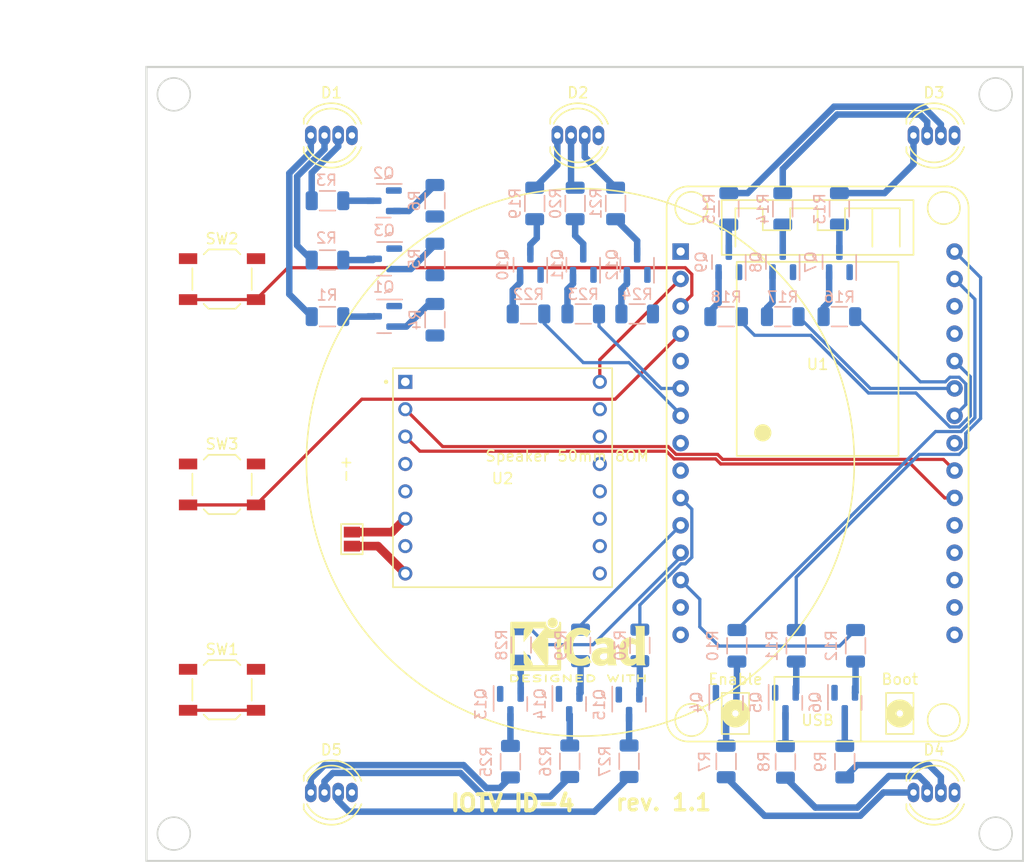
<source format=kicad_pcb>
(kicad_pcb (version 20221018) (generator pcbnew)
  (title_block (title "IOTV_id4") (date "2023-07-26") (rev "1") (company "Вербкин М.С."))
  (layers (0 "F.Cu" signal) (31 "B.Cu" signal) (34 "B.Paste" user) (35 "F.Paste" user) (36 "B.SilkS" user "B.Silkscreen") (37 "F.SilkS" user "F.Silkscreen") (38 "B.Mask" user) (39 "F.Mask" user) (44 "Edge.Cuts" user))
  (net 0 "")
  (net 1 "VCC_5")
  (net 2 "Net-(D1-RK)")
  (net 3 "Net-(D1-GK)")
  (net 4 "Net-(D1-BK)")
  (net 5 "Net-(D2-RK)")
  (net 6 "Net-(D2-GK)")
  (net 7 "Net-(D2-BK)")
  (net 8 "Net-(D3-RK)")
  (net 9 "Net-(D3-GK)")
  (net 10 "Net-(D3-BK)")
  (net 11 "Net-(D4-RK)")
  (net 12 "Net-(D4-GK)")
  (net 13 "Net-(D4-BK)")
  (net 14 "GND")
  (net 15 "Net-(Q1-B)")
  (net 16 "Net-(Q1-C)")
  (net 17 "Net-(Q2-B)")
  (net 18 "Net-(Q2-C)")
  (net 19 "Net-(Q3-B)")
  (net 20 "Net-(Q3-C)")
  (net 21 "Net-(Q4-B)")
  (net 22 "Net-(Q4-C)")
  (net 23 "Net-(Q5-B)")
  (net 24 "Net-(Q5-C)")
  (net 25 "Net-(Q6-B)")
  (net 26 "Net-(Q6-C)")
  (net 27 "Net-(Q7-B)")
  (net 28 "Net-(Q7-C)")
  (net 29 "Net-(Q8-B)")
  (net 30 "Net-(Q8-C)")
  (net 31 "Net-(Q9-B)")
  (net 32 "Net-(Q9-C)")
  (net 33 "Net-(Q10-B)")
  (net 34 "Net-(Q10-C)")
  (net 35 "Net-(Q11-B)")
  (net 36 "Net-(Q11-C)")
  (net 37 "Net-(Q12-B)")
  (net 38 "Net-(Q12-C)")
  (net 39 "Net-(Q13-B)")
  (net 40 "Net-(Q13-C)")
  (net 41 "Net-(Q14-B)")
  (net 42 "Net-(Q14-C)")
  (net 43 "Net-(Q15-B)")
  (net 44 "Net-(Q15-C)")
  (net 45 "GPIO_15")
  (net 46 "GPIO_2")
  (net 47 "GPIO_4")
  (net 48 "GPIO_33")
  (net 49 "GPIO_32")
  (net 50 "GPIO_5")
  (net 51 "GPIO_18")
  (net 52 "GPIO_19")
  (net 53 "GPIO_21")
  (net 54 "GPIO_22")
  (net 55 "GPIO_23")
  (net 56 "GPIO_13")
  (net 57 "GPIO_12")
  (net 58 "GPIO_14")
  (net 59 "GPIO_27")
  (net 60 "GPIO_35")
  (net 61 "GPIO_39")
  (net 62 "GPIO_34")
  (net 64 "GPIO_36")
  (net 68 "GPIO_16")
  (net 69 "GPIO_17")
  (net 74 "Net-(U2-SPK1)")
  (net 75 "Net-(U2-SPK2)")
  (net 82 "Net-(D5-RK)")
  (net 83 "Net-(D5-GK)")
  (net 84 "Net-(D5-BK)")
  (footprint "Button_Switch_SMD:SW_SPST_TL3342" (layer "F.Cu") (at 134.01 111.12)
    (fp_text reference "SW1")
    (fp_text value "SW_Push")
  )
  (footprint "LED_THT:LED_D5.0mm-4_RGB" (layer "F.Cu") (at 142.24 59.69)
    (fp_text reference "D1")
    (fp_text value "LED_RGBA")
  )
  (footprint "LED_THT:LED_D5.0mm-4_RGB" (layer "F.Cu") (at 142.24 120.65)
    (fp_text reference "D5")
    (fp_text value "LED_RGBA")
  )
  (footprint "LED_THT:LED_D5.0mm-4_RGB" (layer "F.Cu") (at 198.12 120.65)
    (fp_text reference "D4")
    (fp_text value "LED_RGBA")
  )
  (footprint "LED_THT:LED_D5.0mm-4_RGB" (layer "F.Cu") (at 198.12 59.69)
    (fp_text reference "D3")
    (fp_text value "LED_RGBA")
  )
  (footprint "Jumper:SolderJumper-2_P1.3mm_Open_Pad1.0x1.5mm" (layer "F.Cu") (at 146.05 97.14 -90)
    (fp_text reference "dynamic1" hide)
    (fp_text value "Speaker")
  )
  (footprint "Button_Switch_SMD:SW_SPST_TL3342" (layer "F.Cu") (at 134.01 73.02)
    (fp_text reference "SW2")
    (fp_text value "SW_Push")
  )
  (footprint "import:MODULE_DFR0299" (layer "F.Cu") (at 160.02 91.44)
    (fp_text reference "U2")
    (fp_text value "DFR0299")
  )
  (footprint "kicad:esp32_devkit_v1_doit" (layer "F.Cu") (at 189.23 70.46)
    (fp_text reference "U1")
    (fp_text value "ESP32_DevKit_V1_DOIT")
  )
  (footprint "Symbol:KiCad-Logo2_5mm_SilkScreen" (layer "F.Cu") (at 167.005 107.4166)
    (fp_text reference "REF**" hide)
    (fp_text value "KiCad-Logo2_5mm_SilkScreen" hide)
  )
  (footprint "Button_Switch_SMD:SW_SPST_TL3342" (layer "F.Cu") (at 134.01 92.07)
    (fp_text reference "SW3")
    (fp_text value "SW_Push")
  )
  (footprint "LED_THT:LED_D5.0mm-4_RGB" (layer "F.Cu") (at 165.1 59.69)
    (fp_text reference "D2")
    (fp_text value "LED_RGBA")
  )
  (footprint "Package_TO_SOT_SMD:SOT-23" (layer "B.Cu") (at 180.75 112.335 -90)
    (fp_text reference "Q4")
    (fp_text value "S8050")
  )
  (footprint "Resistor_SMD:R_1206_3216Metric" (layer "B.Cu") (at 153.75 71.1995 90)
    (fp_text reference "R5")
    (fp_text value "100")
  )
  (footprint "Resistor_SMD:R_1206_3216Metric" (layer "B.Cu") (at 180.75 76.5 180)
    (fp_text reference "R18")
    (fp_text value "100")
  )
  (footprint "Resistor_SMD:R_1206_3216Metric" (layer "B.Cu") (at 170.5 66 -90)
    (fp_text reference "R21")
    (fp_text value "100")
  )
  (footprint "Package_TO_SOT_SMD:SOT-23" (layer "B.Cu") (at 191.25 71.4375 90)
    (fp_text reference "Q7")
    (fp_text value "S8050")
  )
  (footprint "Resistor_SMD:R_1206_3216Metric" (layer "B.Cu") (at 167.5 76.25 180)
    (fp_text reference "R23")
    (fp_text value "100")
  )
  (footprint "Resistor_SMD:R_1206_3216Metric" (layer "B.Cu") (at 171.75 117.75 90)
    (fp_text reference "R27")
    (fp_text value "100")
  )
  (footprint "Resistor_SMD:R_1206_3216Metric" (layer "B.Cu") (at 191.25 66.5 -90)
    (fp_text reference "R13")
    (fp_text value "150")
  )
  (footprint "Package_TO_SOT_SMD:SOT-23" (layer "B.Cu") (at 162.5972 71.6875 90)
    (fp_text reference "Q10")
    (fp_text value "S8050")
  )
  (footprint "Resistor_SMD:R_1206_3216Metric" (layer "B.Cu") (at 153.75 65.75 90)
    (fp_text reference "R6")
    (fp_text value "100")
  )
  (footprint "Resistor_SMD:R_1206_3216Metric" (layer "B.Cu") (at 166.25 117.75 90)
    (fp_text reference "R26")
    (fp_text value "330")
  )
  (footprint "Resistor_SMD:R_1206_3216Metric" (layer "B.Cu") (at 162.425 76.25 180)
    (fp_text reference "R22")
    (fp_text value "100")
  )
  (footprint "Package_TO_SOT_SMD:SOT-23" (layer "B.Cu") (at 181 71.4375 90)
    (fp_text reference "Q9")
    (fp_text value "S8050")
  )
  (footprint "Package_TO_SOT_SMD:SOT-23" (layer "B.Cu") (at 171.75 112.5 -90)
    (fp_text reference "Q15")
    (fp_text value "S8050")
  )
  (footprint "Resistor_SMD:R_1206_3216Metric" (layer "B.Cu") (at 143.7875 65.75)
    (fp_text reference "R3")
    (fp_text value "100")
  )
  (footprint "Resistor_SMD:R_1206_3216Metric" (layer "B.Cu") (at 186 66.5 -90)
    (fp_text reference "R14")
    (fp_text value "330")
  )
  (footprint "Resistor_SMD:R_1206_3216Metric" (layer "B.Cu") (at 186 76.5 180)
    (fp_text reference "R17")
    (fp_text value "100")
  )
  (footprint "Resistor_SMD:R_1206_3216Metric" (layer "B.Cu") (at 172.5 76.25 180)
    (fp_text reference "R24")
    (fp_text value "100")
  )
  (footprint "Package_TO_SOT_SMD:SOT-23" (layer "B.Cu") (at 149.038 71.138 180)
    (fp_text reference "Q3")
    (fp_text value "S8050")
  )
  (footprint "Package_TO_SOT_SMD:SOT-23" (layer "B.Cu") (at 186 71.4375 90)
    (fp_text reference "Q8")
    (fp_text value "S8050")
  )
  (footprint "Resistor_SMD:R_1206_3216Metric" (layer "B.Cu") (at 160.75 117.7875 90)
    (fp_text reference "R25")
    (fp_text value "150")
  )
  (footprint "Resistor_SMD:R_1206_3216Metric" (layer "B.Cu") (at 143.7875 76.5)
    (fp_text reference "R1")
    (fp_text value "150")
  )
  (footprint "Resistor_SMD:R_1206_3216Metric" (layer "B.Cu") (at 181 66.5 -90)
    (fp_text reference "R15")
    (fp_text value "100")
  )
  (footprint "Resistor_SMD:R_1206_3216Metric" (layer "B.Cu") (at 172.75 107 -90)
    (fp_text reference "R30")
    (fp_text value "100")
  )
  (footprint "Resistor_SMD:R_1206_3216Metric" (layer "B.Cu") (at 192.75 107.0375 -90)
    (fp_text reference "R12")
    (fp_text value "100")
  )
  (footprint "Resistor_SMD:R_1206_3216Metric" (layer "B.Cu") (at 143.7875 71.25)
    (fp_text reference "R2")
    (fp_text value "330")
  )
  (footprint "Resistor_SMD:R_1206_3216Metric" (layer "B.Cu") (at 181.75 107.0375 -90)
    (fp_text reference "R10")
    (fp_text value "100")
  )
  (footprint "Resistor_SMD:R_1206_3216Metric" (layer "B.Cu") (at 166.75 66 -90)
    (fp_text reference "R20")
    (fp_text value "330")
  )
  (footprint "Package_TO_SOT_SMD:SOT-23" (layer "B.Cu") (at 191.75 112.335 -90)
    (fp_text reference "Q6")
    (fp_text value "S8050")
  )
  (footprint "Resistor_SMD:R_1206_3216Metric" (layer "B.Cu") (at 191.25 76.5 180)
    (fp_text reference "R16")
    (fp_text value "100")
  )
  (footprint "Resistor_SMD:R_1206_3216Metric" (layer "B.Cu") (at 186.25 117.81 90)
    (fp_text reference "R8")
    (fp_text value "330")
  )
  (footprint "Resistor_SMD:R_1206_3216Metric" (layer "B.Cu") (at 153.75 76.7875 90)
    (fp_text reference "R4")
    (fp_text value "100")
  )
  (footprint "Resistor_SMD:R_1206_3216Metric" (layer "B.Cu") (at 161.75 106.9625 -90)
    (fp_text reference "R28")
    (fp_text value "100")
  )
  (footprint "Resistor_SMD:R_1206_3216Metric" (layer "B.Cu") (at 180.75 117.7725 90)
    (fp_text reference "R7")
    (fp_text value "150")
  )
  (footprint "Package_TO_SOT_SMD:SOT-23" (layer "B.Cu") (at 166.2 112.4375 -90)
    (fp_text reference "Q14")
    (fp_text value "S8050")
  )
  (footprint "Resistor_SMD:R_1206_3216Metric" (layer "B.Cu") (at 187.25 107.0375 -90)
    (fp_text reference "R11")
    (fp_text value "100")
  )
  (footprint "Package_TO_SOT_SMD:SOT-23" (layer "B.Cu") (at 167.5 71.6875 90)
    (fp_text reference "Q11")
    (fp_text value "S8050")
  )
  (footprint "Package_TO_SOT_SMD:SOT-23" (layer "B.Cu") (at 186.25 112.335 -90)
    (fp_text reference "Q5")
    (fp_text value "S8050")
  )
  (footprint "Resistor_SMD:R_1206_3216Metric" (layer "B.Cu") (at 163 66 -90)
    (fp_text reference "R19")
    (fp_text value "150")
  )
  (footprint "Package_TO_SOT_SMD:SOT-23" (layer "B.Cu") (at 160.75 112.4375 -90)
    (fp_text reference "Q13")
    (fp_text value "S8050")
  )
  (footprint "Package_TO_SOT_SMD:SOT-23" (layer "B.Cu") (at 149.038 76.472 180)
    (fp_text reference "Q1")
    (fp_text value "S8050")
  )
  (footprint "Resistor_SMD:R_1206_3216Metric" (layer "B.Cu") (at 167.25 107 -90)
    (fp_text reference "R29")
    (fp_text value "100")
  )
  (footprint "Resistor_SMD:R_1206_3216Metric" (layer "B.Cu") (at 191.75 117.7875 90)
    (fp_text reference "R9")
    (fp_text value "100")
  )
  (footprint "Package_TO_SOT_SMD:SOT-23" (layer "B.Cu") (at 172.5 71.6875 90)
    (fp_text reference "Q12")
    (fp_text value "S8050")
  )
  (footprint "Package_TO_SOT_SMD:SOT-23" (layer "B.Cu") (at 149 65.75 180)
    (fp_text reference "Q2")
    (fp_text value "S8050")
  )
  (gr_circle (center 167.2336 90.0176) (end 192.6336 90.0176) (stroke (width 0.15)) (fill none) (layer "F.SilkS"))
  (gr_circle (center 129.54 55.88) (end 131.064 55.88) (stroke (width 0.15)) (fill none) (layer "Edge.Cuts"))
  (gr_circle (center 205.74 124.46) (end 207.264 124.46) (stroke (width 0.15)) (fill none) (layer "Edge.Cuts"))
  (gr_circle (center 129.54 124.46) (end 131.064 124.46) (stroke (width 0.15)) (fill none) (layer "Edge.Cuts"))
  (gr_rect (start 127 53.34) (end 208.28 127) (stroke (width 0.2)) (fill none) (layer "Edge.Cuts"))
  (gr_circle (center 205.74 55.88) (end 207.264 55.88) (stroke (width 0.15)) (fill none) (layer "Edge.Cuts"))
  (gr_text "-+" (at 146.05 91.9988 90) (layer "F.SilkS") (effects (font (size 1 1)) (justify left bottom)))
  (gr_text "IOTV ID-4" (at 160.9598 122.5042) (layer "F.SilkS") (effects (font (size 1.5 1.5) (thickness 0.375) bold) (justify bottom)))
  (gr_text "Speaker 50mm 8OM" (at 158.3436 90.0176) (layer "F.SilkS") (effects (font (size 1 1)) (justify left bottom)))
  (gr_text "rev. 1.1" (at 170.3578 122.4534) (layer "F.SilkS") (effects (font (size 1.5 1.5) (thickness 0.3) bold) (justify left bottom)))
  (segment (start 140.245 63.199696) (end 142.24 61.204696) (width 0.6) (layer "B.Cu") (net 2))
  (segment (start 142.325 76.5) (end 140.245 74.42) (width 0.6) (layer "B.Cu") (net 2))
  (segment (start 140.245 74.42) (end 140.245 63.199696) (width 0.6) (layer "B.Cu") (net 2))
  (segment (start 142.24 61.204696) (end 142.24 59.69) (width 0.6) (layer "B.Cu") (net 2))
  (segment (start 140.97 69.895) (end 140.97 63.5) (width 0.6) (layer "B.Cu") (net 3))
  (segment (start 140.97 63.5) (end 143.51 60.96) (width 0.6) (layer "B.Cu") (net 3))
  (segment (start 142.325 71.25) (end 140.97 69.895) (width 0.6) (layer "B.Cu") (net 3))
  (segment (start 143.51 60.96) (end 143.51 59.69) (width 0.6) (layer "B.Cu") (net 3))
  (segment (start 142.325 65.75) (end 142.325 63.170304) (width 0.6) (layer "B.Cu") (net 4))
  (segment (start 144.78 60.715304) (end 144.78 59.69) (width 0.6) (layer "B.Cu") (net 4))
  (segment (start 142.325 63.170304) (end 144.78 60.715304) (width 0.6) (layer "B.Cu") (net 4))
  (segment (start 165.1 62.4375) (end 165.1 59.69) (width 0.6) (layer "B.Cu") (net 5))
  (segment (start 163 64.5375) (end 165.1 62.4375) (width 0.6) (layer "B.Cu") (net 5))
  (segment (start 166.37 64.1575) (end 166.75 64.5375) (width 0.6) (layer "B.Cu") (net 6))
  (segment (start 166.37 59.69) (end 166.37 64.1575) (width 0.6) (layer "B.Cu") (net 6))
  (segment (start 167.64 59.69) (end 167.64 61.6775) (width 0.6) (layer "B.Cu") (net 7))
  (segment (start 167.64 61.6775) (end 170.5 64.5375) (width 0.6) (layer "B.Cu") (net 7))
  (segment (start 195.4395 65.0375) (end 198.12 62.357) (width 0.6) (layer "B.Cu") (net 8))
  (segment (start 198.12 62.357) (end 198.12 59.69) (width 0.6) (layer "B.Cu") (net 8))
  (segment (start 191.25 65.0375) (end 195.4395 65.0375) (width 0.6) (layer "B.Cu") (net 8))
  (segment (start 198.718 57.748) (end 199.39 58.42) (width 0.6) (layer "B.Cu") (net 9))
  (segment (start 186 65.0375) (end 186 62.802304) (width 0.6) (layer "B.Cu") (net 9))
  (segment (start 191.054304 57.748) (end 198.718 57.748) (width 0.6) (layer "B.Cu") (net 9))
  (segment (start 199.39 58.42) (end 199.39 59.69) (width 0.6) (layer "B.Cu") (net 9))
  (segment (start 186 62.802304) (end 191.054304 57.748) (width 0.6) (layer "B.Cu") (net 9))
  (segment (start 181 65.0375) (end 182.7395 65.0375) (width 0.6) (layer "B.Cu") (net 10))
  (segment (start 182.7395 65.0375) (end 190.754 57.023) (width 0.6) (layer "B.Cu") (net 10))
  (segment (start 190.754 57.023) (end 199.018304 57.023) (width 0.6) (layer "B.Cu") (net 10))
  (segment (start 200.66 58.664696) (end 200.66 59.69) (width 0.6) (layer "B.Cu") (net 10))
  (segment (start 199.018304 57.023) (end 200.66 58.664696) (width 0.6) (layer "B.Cu") (net 10))
  (segment (start 193.176304 122.809) (end 195.335304 120.65) (width 0.6) (layer "B.Cu") (net 11))
  (segment (start 184.324 122.809) (end 193.176304 122.809) (width 0.6) (layer "B.Cu") (net 11))
  (segment (start 195.335304 120.65) (end 198.12 120.65) (width 0.6) (layer "B.Cu") (net 11))
  (segment (start 180.75 119.235) (end 184.324 122.809) (width 0.6) (layer "B.Cu") (net 11))
  (segment (start 189.0245 122.047) (end 192.913 122.047) (width 0.6) (layer "B.Cu") (net 12))
  (segment (start 192.913 122.047) (end 195.834 119.126) (width 0.6) (layer "B.Cu") (net 12))
  (segment (start 199.39 119.888) (end 199.39 120.65) (width 0.6) (layer "B.Cu") (net 12))
  (segment (start 198.628 119.126) (end 199.39 119.888) (width 0.6) (layer "B.Cu") (net 12))
  (segment (start 186.25 119.2725) (end 189.0245 122.047) (width 0.6) (layer "B.Cu") (net 12))
  (segment (start 195.834 119.126) (end 198.628 119.126) (width 0.6) (layer "B.Cu") (net 12))
  (segment (start 192.89 118.11) (end 199.5725 118.11) (width 0.6) (layer "B.Cu") (net 13))
  (segment (start 191.75 119.25) (end 192.89 118.11) (width 0.6) (layer "B.Cu") (net 13))
  (segment (start 199.5725 118.11) (end 200.66 119.1975) (width 0.6) (layer "B.Cu") (net 13))
  (segment (start 200.66 119.1975) (end 200.66 120.65) (width 0.6) (layer "B.Cu") (net 13))
  (segment (start 149.9755 77.422) (end 151.1018 77.422) (width 0.6) (layer "B.Cu") (net 15))
  (segment (start 151.1018 77.422) (end 153.1988 75.325) (width 0.6) (layer "B.Cu") (net 15))
  (segment (start 153.1988 75.325) (end 153.75 75.325) (width 0.6) (layer "B.Cu") (net 15))
  (segment (start 145.25 76.5) (end 148.0725 76.5) (width 0.6) (layer "B.Cu") (net 16))
  (segment (start 148.0725 76.5) (end 148.1005 76.472) (width 0.6) (layer "B.Cu") (net 16))
  (segment (start 153.7461 64.2875) (end 153.75 64.2875) (width 0.6) (layer "B.Cu") (net 17))
  (segment (start 151.3336 66.7) (end 153.7461 64.2875) (width 0.6) (layer "B.Cu") (net 17))
  (segment (start 149.9375 66.7) (end 151.3336 66.7) (width 0.6) (layer "B.Cu") (net 17))
  (segment (start 145.25 65.75) (end 148.0625 65.75) (width 0.6) (layer "B.Cu") (net 18))
  (segment (start 149.9755 72.088) (end 151.5082 72.088) (width 0.6) (layer "B.Cu") (net 19))
  (segment (start 153.75 69.8462) (end 153.75 69.737) (width 0.6) (layer "B.Cu") (net 19))
  (segment (start 151.5082 72.088) (end 153.75 69.8462) (width 0.6) (layer "B.Cu") (net 19))
  (segment (start 147.9885 71.25) (end 148.1005 71.138) (width 0.6) (layer "B.Cu") (net 20))
  (segment (start 145.25 71.25) (end 147.9885 71.25) (width 0.6) (layer "B.Cu") (net 20))
  (segment (start 181.75 108.5) (end 181.75 111.3475) (width 0.6) (layer "B.Cu") (net 21))
  (segment (start 181.75 111.3475) (end 181.7 111.3975) (width 0.6) (layer "B.Cu") (net 21))
  (segment (start 180.75 113.2725) (end 180.75 116.31) (width 0.6) (layer "B.Cu") (net 22))
  (segment (start 187.25 111.3475) (end 187.2 111.3975) (width 0.6) (layer "B.Cu") (net 23))
  (segment (start 187.25 108.5) (end 187.25 111.3475) (width 0.6) (layer "B.Cu") (net 23))
  (segment (start 186.25 113.2725) (end 186.25 116.3475) (width 0.6) (layer "B.Cu") (net 24))
  (segment (start 192.75 108.5) (end 192.75 111.3475) (width 0.6) (layer "B.Cu") (net 25))
  (segment (start 192.75 111.3475) (end 192.7 111.3975) (width 0.6) (layer "B.Cu") (net 25))
  (segment (start 191.75 113.2725) (end 191.75 116.325) (width 0.6) (layer "B.Cu") (net 26))
  (segment (start 190.3 75.13) (end 189.7875 75.6425) (width 0.6) (layer "B.Cu") (net 27))
  (segment (start 190.3 72.375) (end 190.3 75.13) (width 0.6) (layer "B.Cu") (net 27))
  (segment (start 189.7875 75.6425) (end 189.7875 76.5) (width 0.6) (layer "B.Cu") (net 27))
  (segment (start 191.25 70.5) (end 191.25 67.9625) (width 0.6) (layer "B.Cu") (net 28))
  (segment (start 185.05 75.173) (end 184.531 75.692) (width 0.6) (layer "B.Cu") (net 29))
  (segment (start 185.05 72.375) (end 185.05 75.173) (width 0.6) (layer "B.Cu") (net 29))
  (segment (start 184.531 76.4935) (end 184.5375 76.5) (width 0.6) (layer "B.Cu") (net 29))
  (segment (start 184.531 75.692) (end 184.531 76.4935) (width 0.6) (layer "B.Cu") (net 29))
  (segment (start 186 70.5) (end 186 67.9625) (width 0.6) (layer "B.Cu") (net 30))
  (segment (start 180.05 75.22) (end 179.2875 75.9825) (width 0.6) (layer "B.Cu") (net 31))
  (segment (start 179.2875 75.9825) (end 179.2875 76.5) (width 0.6) (layer "B.Cu") (net 31))
  (segment (start 180.05 72.375) (end 180.05 75.22) (width 0.6) (layer "B.Cu") (net 31))
  (segment (start 181 70.5) (end 181 67.9625) (width 0.6) (layer "B.Cu") (net 32))
  (segment (start 160.9625 74.0375) (end 160.9625 76.25) (width 0.6) (layer "B.Cu") (net 33))
  (segment (start 161.6472 72.625) (end 161.6472 73.3528) (width 0.6) (layer "B.Cu") (net 33))
  (segment (start 161.6472 73.3528) (end 160.9625 74.0375) (width 0.6) (layer "B.Cu") (net 33))
  (segment (start 162.5972 69.8128) (end 163.195 69.215) (width 0.6) (layer "B.Cu") (net 34))
  (segment (start 163.195 69.215) (end 163.195 67.6575) (width 0.6) (layer "B.Cu") (net 34))
  (segment (start 163.195 67.6575) (end 163 67.4625) (width 0.6) (layer "B.Cu") (net 34))
  (segment (start 162.5972 70.75) (end 162.5972 69.8128) (width 0.6) (layer "B.Cu") (net 34))
  (segment (start 166.55 73.45) (end 166.0375 73.9625) (width 0.6) (layer "B.Cu") (net 35))
  (segment (start 166.0375 73.9625) (end 166.0375 76.25) (width 0.6) (layer "B.Cu") (net 35))
  (segment (start 166.55 72.625) (end 166.55 73.45) (width 0.6) (layer "B.Cu") (net 35))
  (segment (start 167.5 69.75) (end 167.5 70.75) (width 0.6) (layer "B.Cu") (net 36))
  (segment (start 166.75 69) (end 167.5 69.75) (width 0.6) (layer "B.Cu") (net 36))
  (segment (start 166.75 67.4625) (end 166.75 69) (width 0.6) (layer "B.Cu") (net 36))
  (segment (start 171.55 73.45) (end 171.0375 73.9625) (width 0.6) (layer "B.Cu") (net 37))
  (segment (start 171.55 72.625) (end 171.55 73.45) (width 0.6) (layer "B.Cu") (net 37))
  (segment (start 171.0375 73.9625) (end 171.0375 76.25) (width 0.6) (layer "B.Cu") (net 37))
  (segment (start 172.5 69.4625) (end 172.5 70.75) (width 0.6) (layer "B.Cu") (net 38))
  (segment (start 170.5 67.4625) (end 172.5 69.4625) (width 0.6) (layer "B.Cu") (net 38))
  (segment (start 161.7 111.5) (end 161.7 108.475) (width 0.6) (layer "B.Cu") (net 39))
  (segment (start 161.7 108.475) (end 161.75 108.425) (width 0.6) (layer "B.Cu") (net 39))
  (segment (start 160.75 116.325) (end 160.75 113.375) (width 0.6) (layer "B.Cu") (net 40))
  (segment (start 167.25 108.4625) (end 167.25 111.4) (width 0.6) (layer "B.Cu") (net 41))
  (segment (start 167.25 111.4) (end 167.15 111.5) (width 0.6) (layer "B.Cu") (net 41))
  (segment (start 166.25 113.425) (end 166.2 113.375) (width 0.6) (layer "B.Cu") (net 42))
  (segment (start 166.25 116.2875) (end 166.25 113.425) (width 0.6) (layer "B.Cu") (net 42))
  (segment (start 172.75 111.5125) (end 172.7 111.5625) (width 0.6) (layer "B.Cu") (net 43))
  (segment (start 172.75 108.4625) (end 172.75 111.5125) (width 0.6) (layer "B.Cu") (net 43))
  (segment (start 171.75 116.2875) (end 171.75 113.4375) (width 0.6) (layer "B.Cu") (net 44))
  (segment (start 163.8875 77.1465) (end 167.513 80.772) (width 0.3) (layer "B.Cu") (net 48))
  (segment (start 176.53 85.56404) (end 176.53 85.7) (width 0.3) (layer "B.Cu") (net 48))
  (segment (start 163.8875 76.25) (end 163.8875 77.1465) (width 0.3) (layer "B.Cu") (net 48))
  (segment (start 171.73796 80.772) (end 176.53 85.56404) (width 0.3) (layer "B.Cu") (net 48))
  (segment (start 167.513 80.772) (end 171.73796 80.772) (width 0.3) (layer "B.Cu") (net 48))
  (segment (start 168.9625 77.3955) (end 174.727 83.16) (width 0.3) (layer "B.Cu") (net 49))
  (segment (start 168.9625 76.25) (end 168.9625 77.3955) (width 0.3) (layer "B.Cu") (net 49))
  (segment (start 174.727 83.16) (end 176.53 83.16) (width 0.3) (layer "B.Cu") (net 49))
  (segment (start 192.7125 76.5) (end 198.7625 82.55) (width 0.3) (layer "B.Cu") (net 51))
  (segment (start 198.7625 82.55) (end 201.07346 82.55) (width 0.3) (layer "B.Cu") (net 51))
  (segment (start 202.967 82.73046) (end 202.967 84.663) (width 0.3) (layer "B.Cu") (net 51))
  (segment (start 201.50046 82.123) (end 202.35954 82.123) (width 0.3) (layer "B.Cu") (net 51))
  (segment (start 202.35954 82.123) (end 202.967 82.73046) (width 0.3) (layer "B.Cu") (net 51))
  (segment (start 201.07346 82.55) (end 201.50046 82.123) (width 0.3) (layer "B.Cu") (net 51))
  (segment (start 202.967 84.663) (end 201.93 85.7) (width 0.3) (layer "B.Cu") (net 51))
  (segment (start 187.4625 76.5) (end 194.1225 83.16) (width 0.3) (layer "B.Cu") (net 52))
  (segment (start 194.1225 83.16) (end 201.93 83.16) (width 0.3) (layer "B.Cu") (net 52))
  (segment (start 182.2125 77.0565) (end 183.388 78.232) (width 0.3) (layer "B.Cu") (net 53))
  (segment (start 201.50046 86.737) (end 202.35954 86.737) (width 0.3) (layer "B.Cu") (net 53))
  (segment (start 202.35954 86.737) (end 203.392 85.70454) (width 0.3) (layer "B.Cu") (net 53))
  (segment (start 193.946459 83.585) (end 198.34846 83.585) (width 0.3) (layer "B.Cu") (net 53))
  (segment (start 188.59346 78.232) (end 193.946459 83.585) (width 0.3) (layer "B.Cu") (net 53))
  (segment (start 203.392 82.082) (end 201.93 80.62) (width 0.3) (layer "B.Cu") (net 53))
  (segment (start 198.34846 83.585) (end 201.50046 86.737) (width 0.3) (layer "B.Cu") (net 53))
  (segment (start 182.2125 76.5) (end 182.2125 77.0565) (width 0.3) (layer "B.Cu") (net 53))
  (segment (start 183.388 78.232) (end 188.59346 78.232) (width 0.3) (layer "B.Cu") (net 53))
  (segment (start 203.392 85.70454) (end 203.392 82.082) (width 0.3) (layer "B.Cu") (net 53))
  (segment (start 200.163 87.162) (end 202.53558 87.162) (width 0.3) (layer "B.Cu") (net 54))
  (segment (start 202.53558 87.162) (end 203.817 85.88058) (width 0.3) (layer "B.Cu") (net 54))
  (segment (start 203.817 74.887) (end 201.93 73) (width 0.3) (layer "B.Cu") (net 54))
  (segment (start 203.817 85.88058) (end 203.817 74.887) (width 0.3) (layer "B.Cu") (net 54))
  (segment (start 181.75 105.575) (end 200.163 87.162) (width 0.3) (layer "B.Cu") (net 54))
  (segment (start 202.967 87.33162) (end 204.343 85.95562) (width 0.3) (layer "B.Cu") (net 55))
  (segment (start 202.967 88.66954) (end 202.967 87.33162) (width 0.3) (layer "B.Cu") (net 55))
  (segment (start 202.35954 89.277) (end 202.967 88.66954) (width 0.3) (layer "B.Cu") (net 55))
  (segment (start 204.343 85.95562) (end 204.343 72.873) (width 0.3) (layer "B.Cu") (net 55))
  (segment (start 187.25 105.575) (end 187.25 100.67604) (width 0.3) (layer "B.Cu") (net 55))
  (segment (start 198.64904 89.277) (end 202.35954 89.277) (width 0.3) (layer "B.Cu") (net 55))
  (segment (start 204.343 72.873) (end 201.93 70.46) (width 0.3) (layer "B.Cu") (net 55))
  (segment (start 187.25 100.67604) (end 198.64904 89.277) (width 0.3) (layer "B.Cu") (net 55))
  (segment (start 178.308 102.718) (end 176.53 100.94) (width 0.3) (layer "B.Cu") (net 56))
  (segment (start 178.308 105.283) (end 178.308 102.718) (width 0.3) (layer "B.Cu") (net 56))
  (segment (start 192.75 105.575) (end 191.264 107.061) (width 0.3) (layer "B.Cu") (net 56))
  (segment (start 180.086 107.061) (end 178.308 105.283) (width 0.3) (layer "B.Cu") (net 56))
  (segment (start 191.264 107.061) (end 180.086 107.061) (width 0.3) (layer "B.Cu") (net 56))
  (segment (start 168.402 106.934) (end 164.084 106.934) (width 0.3) (layer "B.Cu") (net 57))
  (segment (start 164.084 106.934) (end 162.65 105.5) (width 0.3) (layer "B.Cu") (net 57))
  (segment (start 176.53 98.806) (end 168.402 106.934) (width 0.3) (layer "B.Cu") (net 57))
  (segment (start 176.53 98.4) (end 176.53 98.806) (width 0.3) (layer "B.Cu") (net 57))
  (segment (start 162.65 105.5) (end 161.75 105.5) (width 0.3) (layer "B.Cu") (net 57))
  (segment (start 167.25 105.5375) (end 167.25 105.14) (width 0.3) (layer "B.Cu") (net 58))
  (segment (start 167.25 105.14) (end 176.53 95.86) (width 0.3) (layer "B.Cu") (net 58))
  (segment (start 176.95954 99.437) (end 176.56646 99.437) (width 0.3) (layer "B.Cu") (net 59))
  (segment (start 177.567 98.82954) (end 176.95954 99.437) (width 0.3) (layer "B.Cu") (net 59))
  (segment (start 177.567 94.357) (end 177.567 98.82954) (width 0.3) (layer "B.Cu") (net 59))
  (segment (start 176.56646 99.437) (end 172.75 103.25346) (width 0.3) (layer "B.Cu") (net 59))
  (segment (start 172.75 103.25346) (end 172.75 105.5375) (width 0.3) (layer "B.Cu") (net 59))
  (segment (start 176.53 93.32) (end 177.567 94.357) (width 0.3) (layer "B.Cu") (net 59))
  (segment (start 130.86 113.02) (end 137.16 113.02) (width 0.3) (layer "F.Cu") (net 60))
  (segment (start 140.117 71.963) (end 176.95954 71.963) (width 0.3) (layer "F.Cu") (net 61))
  (segment (start 177.567 74.503) (end 176.53 75.54) (width 0.3) (layer "F.Cu") (net 61))
  (segment (start 137.16 74.92) (end 130.86 74.92) (width 0.3) (layer "F.Cu") (net 61))
  (segment (start 137.16 74.92) (end 140.117 71.963) (width 0.3) (layer "F.Cu") (net 61))
  (segment (start 176.95954 71.963) (end 177.567 72.57046) (width 0.3) (layer "F.Cu") (net 61))
  (segment (start 177.567 72.57046) (end 177.567 74.503) (width 0.3) (layer "F.Cu") (net 61))
  (segment (start 130.86 93.97) (end 137.16 93.97) (width 0.3) (layer "F.Cu") (net 62))
  (segment (start 146.969 84.161) (end 137.16 93.97) (width 0.3) (layer "F.Cu") (net 62))
  (segment (start 176.53 78.08) (end 170.449 84.161) (width 0.3) (layer "F.Cu") (net 62))
  (segment (start 170.449 84.161) (end 146.969 84.161) (width 0.3) (layer "F.Cu") (net 62))
  (segment (start 169.037 80.493) (end 169.037 82.55) (width 0.3) (layer "F.Cu") (net 64))
  (segment (start 176.53 73) (end 169.037 80.493) (width 0.3) (layer "F.Cu") (net 64))
  (segment (start 180.24496 90.168) (end 197.864 90.168) (width 0.3) (layer "F.Cu") (net 68))
  (segment (start 175.20642 88.984) (end 175.92442 89.702) (width 0.3) (layer "F.Cu") (net 68))
  (segment (start 201.016 93.32) (end 201.93 93.32) (width 0.3) (layer "F.Cu") (net 68))
  (segment (start 179.77896 89.702) (end 180.24496 90.168) (width 0.3) (layer "F.Cu") (net 68))
  (segment (start 152.357 88.984) (end 175.20642 88.984) (width 0.3) (layer "F.Cu") (net 68))
  (segment (start 175.92442 89.702) (end 179.77896 89.702) (width 0.3) (layer "F.Cu") (net 68))
  (segment (start 197.864 90.168) (end 201.016 93.32) (width 0.3) (layer "F.Cu") (net 68))
  (segment (start 151.003 87.63) (end 152.357 88.984) (width 0.3) (layer "F.Cu") (net 68))
  (segment (start 200.893 89.743) (end 180.421 89.743) (width 0.3) (layer "F.Cu") (net 69))
  (segment (start 154.472 88.559) (end 151.003 85.09) (width 0.3) (layer "F.Cu") (net 69))
  (segment (start 180.421 89.743) (end 179.955 89.277) (width 0.3) (layer "F.Cu") (net 69))
  (segment (start 201.93 90.78) (end 200.893 89.743) (width 0.3) (layer "F.Cu") (net 69))
  (segment (start 179.955 89.277) (end 176.10046 89.277) (width 0.3) (layer "F.Cu") (net 69))
  (segment (start 175.38246 88.559) (end 154.472 88.559) (width 0.3) (layer "F.Cu") (net 69))
  (segment (start 176.10046 89.277) (end 175.38246 88.559) (width 0.3) (layer "F.Cu") (net 69))
  (segment (start 151.003 95.25) (end 149.763 96.49) (width 0.8) (layer "F.Cu") (net 74))
  (segment (start 149.763 96.49) (end 146.05 96.49) (width 0.8) (layer "F.Cu") (net 74))
  (segment (start 146.05 97.79) (end 148.463 97.79) (width 0.8) (layer "F.Cu") (net 75))
  (segment (start 148.463 97.79) (end 151.003 100.33) (width 0.8) (layer "F.Cu") (net 75))
  (segment (start 156.411078 118.11) (end 143.51 118.11) (width 0.6) (layer "B.Cu") (net 82))
  (segment (start 142.24 119.38) (end 142.24 120.65) (width 0.6) (layer "B.Cu") (net 82))
  (segment (start 160.75 119.25) (end 159.775 120.225) (width 0.6) (layer "B.Cu") (net 82))
  (segment (start 158.526078 120.225) (end 156.411078 118.11) (width 0.6) (layer "B.Cu") (net 82))
  (segment (start 159.775 120.225) (end 158.526078 120.225) (width 0.6) (layer "B.Cu") (net 82))
  (segment (start 143.51 118.11) (end 142.24 119.38) (width 0.6) (layer "B.Cu") (net 82))
  (segment (start 143.51 119.61604) (end 143.51 120.65) (width 0.6) (layer "B.Cu") (net 83))
  (segment (start 144.29104 118.835) (end 143.51 119.61604) (width 0.6) (layer "B.Cu") (net 83))
  (segment (start 166.25 119.2125) (end 164.4315 121.031) (width 0.6) (layer "B.Cu") (net 83))
  (segment (start 164.4315 121.031) (end 158.306774 121.031) (width 0.6) (layer "B.Cu") (net 83))
  (segment (start 158.306774 121.031) (end 156.110774 118.835) (width 0.6) (layer "B.Cu") (net 83))
  (segment (start 156.110774 118.835) (end 144.29104 118.835) (width 0.6) (layer "B.Cu") (net 83))
  (segment (start 168.5345 122.428) (end 145.796 122.428) (width 0.6) (layer "B.Cu") (net 84))
  (segment (start 171.75 119.2125) (end 168.5345 122.428) (width 0.6) (layer "B.Cu") (net 84))
  (segment (start 144.78 121.412) (end 144.78 120.65) (width 0.6) (layer "B.Cu") (net 84))
  (segment (start 145.796 122.428) (end 144.78 121.412) (width 0.6) (layer "B.Cu") (net 84))
)
</source>
